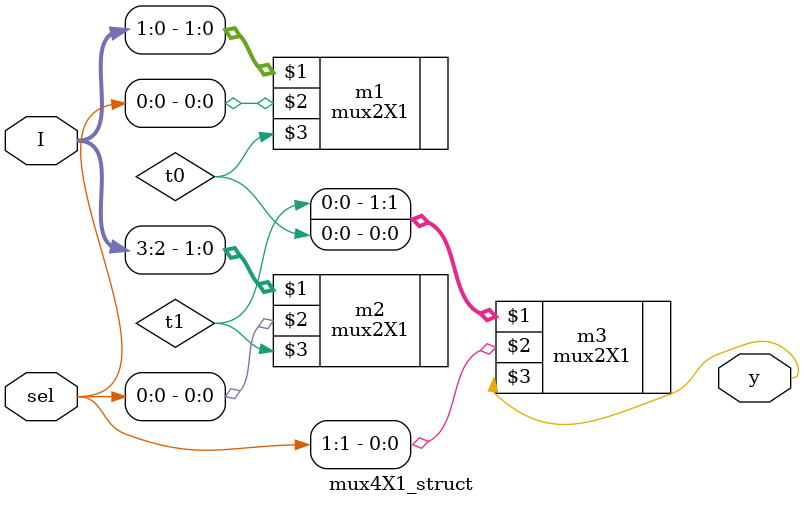
<source format=v>
`timescale 1ns / 1ps


module mux4X1_struct(input [3:0]I,input [1:0]sel,output y);
wire t0,t1;
mux2X1 m1(I[1:0],sel[0],t0);
mux2X1 m2(I[3:2],sel[0],t1);
mux2X1 m3({t1,t0},sel[1],y);
endmodule

</source>
